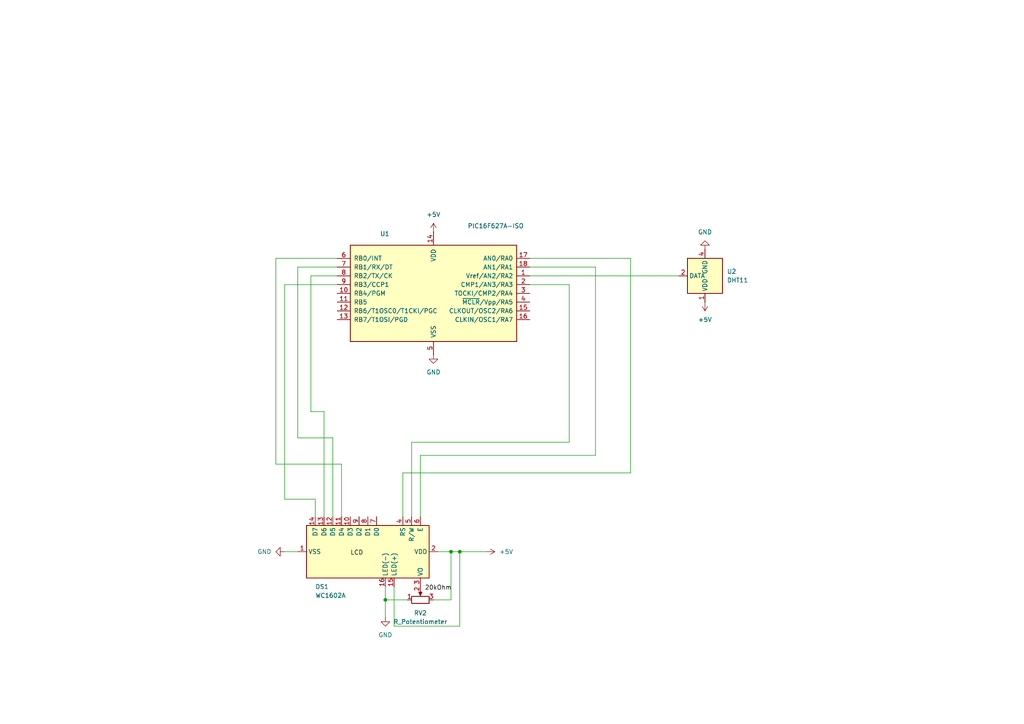
<source format=kicad_sch>
(kicad_sch
	(version 20231120)
	(generator "eeschema")
	(generator_version "8.0")
	(uuid "5d7de306-5311-495b-8409-06b040caa89c")
	(paper "A4")
	(lib_symbols
		(symbol "Device:R_Potentiometer"
			(pin_names
				(offset 1.016) hide)
			(exclude_from_sim no)
			(in_bom yes)
			(on_board yes)
			(property "Reference" "RV"
				(at -4.445 0 90)
				(effects
					(font
						(size 1.27 1.27)
					)
				)
			)
			(property "Value" "R_Potentiometer"
				(at -2.54 0 90)
				(effects
					(font
						(size 1.27 1.27)
					)
				)
			)
			(property "Footprint" ""
				(at 0 0 0)
				(effects
					(font
						(size 1.27 1.27)
					)
					(hide yes)
				)
			)
			(property "Datasheet" "~"
				(at 0 0 0)
				(effects
					(font
						(size 1.27 1.27)
					)
					(hide yes)
				)
			)
			(property "Description" "Potentiometer"
				(at 0 0 0)
				(effects
					(font
						(size 1.27 1.27)
					)
					(hide yes)
				)
			)
			(property "ki_keywords" "resistor variable"
				(at 0 0 0)
				(effects
					(font
						(size 1.27 1.27)
					)
					(hide yes)
				)
			)
			(property "ki_fp_filters" "Potentiometer*"
				(at 0 0 0)
				(effects
					(font
						(size 1.27 1.27)
					)
					(hide yes)
				)
			)
			(symbol "R_Potentiometer_0_1"
				(polyline
					(pts
						(xy 2.54 0) (xy 1.524 0)
					)
					(stroke
						(width 0)
						(type default)
					)
					(fill
						(type none)
					)
				)
				(polyline
					(pts
						(xy 1.143 0) (xy 2.286 0.508) (xy 2.286 -0.508) (xy 1.143 0)
					)
					(stroke
						(width 0)
						(type default)
					)
					(fill
						(type outline)
					)
				)
				(rectangle
					(start 1.016 2.54)
					(end -1.016 -2.54)
					(stroke
						(width 0.254)
						(type default)
					)
					(fill
						(type none)
					)
				)
			)
			(symbol "R_Potentiometer_1_1"
				(pin passive line
					(at 0 3.81 270)
					(length 1.27)
					(name "1"
						(effects
							(font
								(size 1.27 1.27)
							)
						)
					)
					(number "1"
						(effects
							(font
								(size 1.27 1.27)
							)
						)
					)
				)
				(pin passive line
					(at 3.81 0 180)
					(length 1.27)
					(name "2"
						(effects
							(font
								(size 1.27 1.27)
							)
						)
					)
					(number "2"
						(effects
							(font
								(size 1.27 1.27)
							)
						)
					)
				)
				(pin passive line
					(at 0 -3.81 90)
					(length 1.27)
					(name "3"
						(effects
							(font
								(size 1.27 1.27)
							)
						)
					)
					(number "3"
						(effects
							(font
								(size 1.27 1.27)
							)
						)
					)
				)
			)
		)
		(symbol "Display_Character:WC1602A"
			(exclude_from_sim no)
			(in_bom yes)
			(on_board yes)
			(property "Reference" "DS"
				(at -5.842 19.05 0)
				(effects
					(font
						(size 1.27 1.27)
					)
				)
			)
			(property "Value" "WC1602A"
				(at 5.334 19.05 0)
				(effects
					(font
						(size 1.27 1.27)
					)
				)
			)
			(property "Footprint" "Display:WC1602A"
				(at 0 -22.86 0)
				(effects
					(font
						(size 1.27 1.27)
						(italic yes)
					)
					(hide yes)
				)
			)
			(property "Datasheet" "http://www.wincomlcd.com/pdf/WC1602A-SFYLYHTC06.pdf"
				(at 17.78 0 0)
				(effects
					(font
						(size 1.27 1.27)
					)
					(hide yes)
				)
			)
			(property "Description" "LCD 16x2 Alphanumeric , 8 bit parallel bus, 5V VDD"
				(at 0 0 0)
				(effects
					(font
						(size 1.27 1.27)
					)
					(hide yes)
				)
			)
			(property "ki_keywords" "display LCD dot-matrix"
				(at 0 0 0)
				(effects
					(font
						(size 1.27 1.27)
					)
					(hide yes)
				)
			)
			(property "ki_fp_filters" "*WC*1602A*"
				(at 0 0 0)
				(effects
					(font
						(size 1.27 1.27)
					)
					(hide yes)
				)
			)
			(symbol "WC1602A_1_1"
				(rectangle
					(start -7.62 17.78)
					(end 7.62 -17.78)
					(stroke
						(width 0.254)
						(type default)
					)
					(fill
						(type background)
					)
				)
				(pin power_in line
					(at 0 -20.32 90)
					(length 2.54)
					(name "VSS"
						(effects
							(font
								(size 1.27 1.27)
							)
						)
					)
					(number "1"
						(effects
							(font
								(size 1.27 1.27)
							)
						)
					)
				)
				(pin input line
					(at -10.16 -5.08 0)
					(length 2.54)
					(name "D3"
						(effects
							(font
								(size 1.27 1.27)
							)
						)
					)
					(number "10"
						(effects
							(font
								(size 1.27 1.27)
							)
						)
					)
				)
				(pin input line
					(at -10.16 -7.62 0)
					(length 2.54)
					(name "D4"
						(effects
							(font
								(size 1.27 1.27)
							)
						)
					)
					(number "11"
						(effects
							(font
								(size 1.27 1.27)
							)
						)
					)
				)
				(pin input line
					(at -10.16 -10.16 0)
					(length 2.54)
					(name "D5"
						(effects
							(font
								(size 1.27 1.27)
							)
						)
					)
					(number "12"
						(effects
							(font
								(size 1.27 1.27)
							)
						)
					)
				)
				(pin input line
					(at -10.16 -12.7 0)
					(length 2.54)
					(name "D6"
						(effects
							(font
								(size 1.27 1.27)
							)
						)
					)
					(number "13"
						(effects
							(font
								(size 1.27 1.27)
							)
						)
					)
				)
				(pin input line
					(at -10.16 -15.24 0)
					(length 2.54)
					(name "D7"
						(effects
							(font
								(size 1.27 1.27)
							)
						)
					)
					(number "14"
						(effects
							(font
								(size 1.27 1.27)
							)
						)
					)
				)
				(pin power_in line
					(at 10.16 7.62 180)
					(length 2.54)
					(name "LED(+)"
						(effects
							(font
								(size 1.27 1.27)
							)
						)
					)
					(number "15"
						(effects
							(font
								(size 1.27 1.27)
							)
						)
					)
				)
				(pin power_in line
					(at 10.16 5.08 180)
					(length 2.54)
					(name "LED(-)"
						(effects
							(font
								(size 1.27 1.27)
							)
						)
					)
					(number "16"
						(effects
							(font
								(size 1.27 1.27)
							)
						)
					)
				)
				(pin power_in line
					(at 0 20.32 270)
					(length 2.54)
					(name "VDD"
						(effects
							(font
								(size 1.27 1.27)
							)
						)
					)
					(number "2"
						(effects
							(font
								(size 1.27 1.27)
							)
						)
					)
				)
				(pin input line
					(at 10.16 15.24 180)
					(length 2.54)
					(name "VO"
						(effects
							(font
								(size 1.27 1.27)
							)
						)
					)
					(number "3"
						(effects
							(font
								(size 1.27 1.27)
							)
						)
					)
				)
				(pin input line
					(at -10.16 10.16 0)
					(length 2.54)
					(name "RS"
						(effects
							(font
								(size 1.27 1.27)
							)
						)
					)
					(number "4"
						(effects
							(font
								(size 1.27 1.27)
							)
						)
					)
				)
				(pin input line
					(at -10.16 12.7 0)
					(length 2.54)
					(name "R/W"
						(effects
							(font
								(size 1.27 1.27)
							)
						)
					)
					(number "5"
						(effects
							(font
								(size 1.27 1.27)
							)
						)
					)
				)
				(pin input line
					(at -10.16 15.24 0)
					(length 2.54)
					(name "E"
						(effects
							(font
								(size 1.27 1.27)
							)
						)
					)
					(number "6"
						(effects
							(font
								(size 1.27 1.27)
							)
						)
					)
				)
				(pin input line
					(at -10.16 2.54 0)
					(length 2.54)
					(name "D0"
						(effects
							(font
								(size 1.27 1.27)
							)
						)
					)
					(number "7"
						(effects
							(font
								(size 1.27 1.27)
							)
						)
					)
				)
				(pin input line
					(at -10.16 0 0)
					(length 2.54)
					(name "D1"
						(effects
							(font
								(size 1.27 1.27)
							)
						)
					)
					(number "8"
						(effects
							(font
								(size 1.27 1.27)
							)
						)
					)
				)
				(pin input line
					(at -10.16 -2.54 0)
					(length 2.54)
					(name "D2"
						(effects
							(font
								(size 1.27 1.27)
							)
						)
					)
					(number "9"
						(effects
							(font
								(size 1.27 1.27)
							)
						)
					)
				)
			)
		)
		(symbol "MCU_Microchip_PIC16:PIC16F627A-ISO"
			(pin_names
				(offset 1.016)
			)
			(exclude_from_sim no)
			(in_bom yes)
			(on_board yes)
			(property "Reference" "U"
				(at -24.13 17.78 0)
				(effects
					(font
						(size 1.27 1.27)
					)
					(justify left)
				)
			)
			(property "Value" "PIC16F627A-ISO"
				(at -24.13 15.24 0)
				(effects
					(font
						(size 1.27 1.27)
					)
					(justify left)
				)
			)
			(property "Footprint" ""
				(at 0 0 0)
				(effects
					(font
						(size 1.27 1.27)
						(italic yes)
					)
					(hide yes)
				)
			)
			(property "Datasheet" "http://ww1.microchip.com/downloads/en/DeviceDoc/40300c.pdf"
				(at 0 0 0)
				(effects
					(font
						(size 1.27 1.27)
					)
					(hide yes)
				)
			)
			(property "Description" "PIC16F627A, 1024W Flash, 224B SRAM, 128B EEPROM, SO18"
				(at 0 0 0)
				(effects
					(font
						(size 1.27 1.27)
					)
					(hide yes)
				)
			)
			(property "ki_keywords" "FLASH-Based 8-Bit CMOS Microcontroller"
				(at 0 0 0)
				(effects
					(font
						(size 1.27 1.27)
					)
					(hide yes)
				)
			)
			(property "ki_fp_filters" "SO*"
				(at 0 0 0)
				(effects
					(font
						(size 1.27 1.27)
					)
					(hide yes)
				)
			)
			(symbol "PIC16F627A-ISO_0_1"
				(rectangle
					(start 24.13 13.97)
					(end -24.13 -13.97)
					(stroke
						(width 0.254)
						(type default)
					)
					(fill
						(type background)
					)
				)
			)
			(symbol "PIC16F627A-ISO_1_1"
				(pin bidirectional line
					(at 27.94 5.08 180)
					(length 3.81)
					(name "Vref/AN2/RA2"
						(effects
							(font
								(size 1.27 1.27)
							)
						)
					)
					(number "1"
						(effects
							(font
								(size 1.27 1.27)
							)
						)
					)
				)
				(pin bidirectional line
					(at -27.94 0 0)
					(length 3.81)
					(name "RB4/PGM"
						(effects
							(font
								(size 1.27 1.27)
							)
						)
					)
					(number "10"
						(effects
							(font
								(size 1.27 1.27)
							)
						)
					)
				)
				(pin bidirectional line
					(at -27.94 -2.54 0)
					(length 3.81)
					(name "RB5"
						(effects
							(font
								(size 1.27 1.27)
							)
						)
					)
					(number "11"
						(effects
							(font
								(size 1.27 1.27)
							)
						)
					)
				)
				(pin bidirectional line
					(at -27.94 -5.08 0)
					(length 3.81)
					(name "RB6/T1OSC0/T1CKI/PGC"
						(effects
							(font
								(size 1.27 1.27)
							)
						)
					)
					(number "12"
						(effects
							(font
								(size 1.27 1.27)
							)
						)
					)
				)
				(pin bidirectional line
					(at -27.94 -7.62 0)
					(length 3.81)
					(name "RB7/T1OSI/PGD"
						(effects
							(font
								(size 1.27 1.27)
							)
						)
					)
					(number "13"
						(effects
							(font
								(size 1.27 1.27)
							)
						)
					)
				)
				(pin power_in line
					(at 0 17.78 270)
					(length 3.81)
					(name "VDD"
						(effects
							(font
								(size 1.27 1.27)
							)
						)
					)
					(number "14"
						(effects
							(font
								(size 1.27 1.27)
							)
						)
					)
				)
				(pin bidirectional line
					(at 27.94 -5.08 180)
					(length 3.81)
					(name "CLKOUT/OSC2/RA6"
						(effects
							(font
								(size 1.27 1.27)
							)
						)
					)
					(number "15"
						(effects
							(font
								(size 1.27 1.27)
							)
						)
					)
				)
				(pin bidirectional line
					(at 27.94 -7.62 180)
					(length 3.81)
					(name "CLKIN/OSC1/RA7"
						(effects
							(font
								(size 1.27 1.27)
							)
						)
					)
					(number "16"
						(effects
							(font
								(size 1.27 1.27)
							)
						)
					)
				)
				(pin bidirectional line
					(at 27.94 10.16 180)
					(length 3.81)
					(name "AN0/RA0"
						(effects
							(font
								(size 1.27 1.27)
							)
						)
					)
					(number "17"
						(effects
							(font
								(size 1.27 1.27)
							)
						)
					)
				)
				(pin bidirectional line
					(at 27.94 7.62 180)
					(length 3.81)
					(name "AN1/RA1"
						(effects
							(font
								(size 1.27 1.27)
							)
						)
					)
					(number "18"
						(effects
							(font
								(size 1.27 1.27)
							)
						)
					)
				)
				(pin bidirectional line
					(at 27.94 2.54 180)
					(length 3.81)
					(name "CMP1/AN3/RA3"
						(effects
							(font
								(size 1.27 1.27)
							)
						)
					)
					(number "2"
						(effects
							(font
								(size 1.27 1.27)
							)
						)
					)
				)
				(pin bidirectional line
					(at 27.94 0 180)
					(length 3.81)
					(name "TOCKI/CMP2/RA4"
						(effects
							(font
								(size 1.27 1.27)
							)
						)
					)
					(number "3"
						(effects
							(font
								(size 1.27 1.27)
							)
						)
					)
				)
				(pin input line
					(at 27.94 -2.54 180)
					(length 3.81)
					(name "~{MCLR}/Vpp/RA5"
						(effects
							(font
								(size 1.27 1.27)
							)
						)
					)
					(number "4"
						(effects
							(font
								(size 1.27 1.27)
							)
						)
					)
				)
				(pin power_in line
					(at 0 -17.78 90)
					(length 3.81)
					(name "VSS"
						(effects
							(font
								(size 1.27 1.27)
							)
						)
					)
					(number "5"
						(effects
							(font
								(size 1.27 1.27)
							)
						)
					)
				)
				(pin bidirectional line
					(at -27.94 10.16 0)
					(length 3.81)
					(name "RB0/INT"
						(effects
							(font
								(size 1.27 1.27)
							)
						)
					)
					(number "6"
						(effects
							(font
								(size 1.27 1.27)
							)
						)
					)
				)
				(pin bidirectional line
					(at -27.94 7.62 0)
					(length 3.81)
					(name "RB1/RX/DT"
						(effects
							(font
								(size 1.27 1.27)
							)
						)
					)
					(number "7"
						(effects
							(font
								(size 1.27 1.27)
							)
						)
					)
				)
				(pin bidirectional line
					(at -27.94 5.08 0)
					(length 3.81)
					(name "RB2/TX/CK"
						(effects
							(font
								(size 1.27 1.27)
							)
						)
					)
					(number "8"
						(effects
							(font
								(size 1.27 1.27)
							)
						)
					)
				)
				(pin bidirectional line
					(at -27.94 2.54 0)
					(length 3.81)
					(name "RB3/CCP1"
						(effects
							(font
								(size 1.27 1.27)
							)
						)
					)
					(number "9"
						(effects
							(font
								(size 1.27 1.27)
							)
						)
					)
				)
			)
		)
		(symbol "Sensor:DHT11"
			(exclude_from_sim no)
			(in_bom yes)
			(on_board yes)
			(property "Reference" "U"
				(at -3.81 6.35 0)
				(effects
					(font
						(size 1.27 1.27)
					)
				)
			)
			(property "Value" "DHT11"
				(at 3.81 6.35 0)
				(effects
					(font
						(size 1.27 1.27)
					)
				)
			)
			(property "Footprint" "Sensor:Aosong_DHT11_5.5x12.0_P2.54mm"
				(at 0 -10.16 0)
				(effects
					(font
						(size 1.27 1.27)
					)
					(hide yes)
				)
			)
			(property "Datasheet" "http://akizukidenshi.com/download/ds/aosong/DHT11.pdf"
				(at 3.81 6.35 0)
				(effects
					(font
						(size 1.27 1.27)
					)
					(hide yes)
				)
			)
			(property "Description" "3.3V to 5.5V, temperature and humidity module, DHT11"
				(at 0 0 0)
				(effects
					(font
						(size 1.27 1.27)
					)
					(hide yes)
				)
			)
			(property "ki_keywords" "digital sensor"
				(at 0 0 0)
				(effects
					(font
						(size 1.27 1.27)
					)
					(hide yes)
				)
			)
			(property "ki_fp_filters" "Aosong*DHT11*5.5x12.0*P2.54mm*"
				(at 0 0 0)
				(effects
					(font
						(size 1.27 1.27)
					)
					(hide yes)
				)
			)
			(symbol "DHT11_0_1"
				(rectangle
					(start -5.08 5.08)
					(end 5.08 -5.08)
					(stroke
						(width 0.254)
						(type default)
					)
					(fill
						(type background)
					)
				)
			)
			(symbol "DHT11_1_1"
				(pin power_in line
					(at 0 7.62 270)
					(length 2.54)
					(name "VDD"
						(effects
							(font
								(size 1.27 1.27)
							)
						)
					)
					(number "1"
						(effects
							(font
								(size 1.27 1.27)
							)
						)
					)
				)
				(pin bidirectional line
					(at 7.62 0 180)
					(length 2.54)
					(name "DATA"
						(effects
							(font
								(size 1.27 1.27)
							)
						)
					)
					(number "2"
						(effects
							(font
								(size 1.27 1.27)
							)
						)
					)
				)
				(pin no_connect line
					(at -5.08 0 0)
					(length 2.54) hide
					(name "NC"
						(effects
							(font
								(size 1.27 1.27)
							)
						)
					)
					(number "3"
						(effects
							(font
								(size 1.27 1.27)
							)
						)
					)
				)
				(pin power_in line
					(at 0 -7.62 90)
					(length 2.54)
					(name "GND"
						(effects
							(font
								(size 1.27 1.27)
							)
						)
					)
					(number "4"
						(effects
							(font
								(size 1.27 1.27)
							)
						)
					)
				)
			)
		)
		(symbol "power:+5V"
			(power)
			(pin_numbers hide)
			(pin_names
				(offset 0) hide)
			(exclude_from_sim no)
			(in_bom yes)
			(on_board yes)
			(property "Reference" "#PWR"
				(at 0 -3.81 0)
				(effects
					(font
						(size 1.27 1.27)
					)
					(hide yes)
				)
			)
			(property "Value" "+5V"
				(at 0 3.556 0)
				(effects
					(font
						(size 1.27 1.27)
					)
				)
			)
			(property "Footprint" ""
				(at 0 0 0)
				(effects
					(font
						(size 1.27 1.27)
					)
					(hide yes)
				)
			)
			(property "Datasheet" ""
				(at 0 0 0)
				(effects
					(font
						(size 1.27 1.27)
					)
					(hide yes)
				)
			)
			(property "Description" "Power symbol creates a global label with name \"+5V\""
				(at 0 0 0)
				(effects
					(font
						(size 1.27 1.27)
					)
					(hide yes)
				)
			)
			(property "ki_keywords" "global power"
				(at 0 0 0)
				(effects
					(font
						(size 1.27 1.27)
					)
					(hide yes)
				)
			)
			(symbol "+5V_0_1"
				(polyline
					(pts
						(xy -0.762 1.27) (xy 0 2.54)
					)
					(stroke
						(width 0)
						(type default)
					)
					(fill
						(type none)
					)
				)
				(polyline
					(pts
						(xy 0 0) (xy 0 2.54)
					)
					(stroke
						(width 0)
						(type default)
					)
					(fill
						(type none)
					)
				)
				(polyline
					(pts
						(xy 0 2.54) (xy 0.762 1.27)
					)
					(stroke
						(width 0)
						(type default)
					)
					(fill
						(type none)
					)
				)
			)
			(symbol "+5V_1_1"
				(pin power_in line
					(at 0 0 90)
					(length 0)
					(name "~"
						(effects
							(font
								(size 1.27 1.27)
							)
						)
					)
					(number "1"
						(effects
							(font
								(size 1.27 1.27)
							)
						)
					)
				)
			)
		)
		(symbol "power:GND"
			(power)
			(pin_numbers hide)
			(pin_names
				(offset 0) hide)
			(exclude_from_sim no)
			(in_bom yes)
			(on_board yes)
			(property "Reference" "#PWR"
				(at 0 -6.35 0)
				(effects
					(font
						(size 1.27 1.27)
					)
					(hide yes)
				)
			)
			(property "Value" "GND"
				(at 0 -3.81 0)
				(effects
					(font
						(size 1.27 1.27)
					)
				)
			)
			(property "Footprint" ""
				(at 0 0 0)
				(effects
					(font
						(size 1.27 1.27)
					)
					(hide yes)
				)
			)
			(property "Datasheet" ""
				(at 0 0 0)
				(effects
					(font
						(size 1.27 1.27)
					)
					(hide yes)
				)
			)
			(property "Description" "Power symbol creates a global label with name \"GND\" , ground"
				(at 0 0 0)
				(effects
					(font
						(size 1.27 1.27)
					)
					(hide yes)
				)
			)
			(property "ki_keywords" "global power"
				(at 0 0 0)
				(effects
					(font
						(size 1.27 1.27)
					)
					(hide yes)
				)
			)
			(symbol "GND_0_1"
				(polyline
					(pts
						(xy 0 0) (xy 0 -1.27) (xy 1.27 -1.27) (xy 0 -2.54) (xy -1.27 -1.27) (xy 0 -1.27)
					)
					(stroke
						(width 0)
						(type default)
					)
					(fill
						(type none)
					)
				)
			)
			(symbol "GND_1_1"
				(pin power_in line
					(at 0 0 270)
					(length 0)
					(name "~"
						(effects
							(font
								(size 1.27 1.27)
							)
						)
					)
					(number "1"
						(effects
							(font
								(size 1.27 1.27)
							)
						)
					)
				)
			)
		)
	)
	(junction
		(at 133.35 160.02)
		(diameter 0)
		(color 0 0 0 0)
		(uuid "1ebdc321-513d-4cea-b630-0826ae5326d7")
	)
	(junction
		(at 111.76 173.99)
		(diameter 0)
		(color 0 0 0 0)
		(uuid "2f3df847-6a62-4b43-a463-9f8349db23df")
	)
	(junction
		(at 130.81 160.02)
		(diameter 0)
		(color 0 0 0 0)
		(uuid "a38242e7-51f0-405a-93b4-72eb2e3352a2")
	)
	(wire
		(pts
			(xy 153.67 77.47) (xy 172.72 77.47)
		)
		(stroke
			(width 0)
			(type default)
		)
		(uuid "04b0073b-0a2c-4876-837e-1186c3fa6c1f")
	)
	(wire
		(pts
			(xy 182.88 137.16) (xy 116.84 137.16)
		)
		(stroke
			(width 0)
			(type default)
		)
		(uuid "17eeb1a4-a838-4fb8-abeb-afcd74592a1c")
	)
	(wire
		(pts
			(xy 111.76 170.18) (xy 111.76 173.99)
		)
		(stroke
			(width 0)
			(type default)
		)
		(uuid "20bd4793-c1aa-4871-a863-bdea90ae32b4")
	)
	(wire
		(pts
			(xy 86.36 77.47) (xy 97.79 77.47)
		)
		(stroke
			(width 0)
			(type default)
		)
		(uuid "24427c74-e4ea-49ef-8eb2-2555267a07c7")
	)
	(wire
		(pts
			(xy 80.01 74.93) (xy 97.79 74.93)
		)
		(stroke
			(width 0)
			(type default)
		)
		(uuid "26b757e8-f32e-434e-91ed-4a0aadacbc39")
	)
	(wire
		(pts
			(xy 121.92 132.08) (xy 121.92 149.86)
		)
		(stroke
			(width 0)
			(type default)
		)
		(uuid "39aab1a9-9702-4db8-bbba-f93610651a44")
	)
	(wire
		(pts
			(xy 125.73 173.99) (xy 130.81 173.99)
		)
		(stroke
			(width 0)
			(type default)
		)
		(uuid "3acf509b-f9cf-4cb6-ba2e-465f07f6a627")
	)
	(wire
		(pts
			(xy 99.06 134.62) (xy 99.06 149.86)
		)
		(stroke
			(width 0)
			(type default)
		)
		(uuid "40b029e1-81e1-48e2-b599-7ec5db01663c")
	)
	(wire
		(pts
			(xy 82.55 144.78) (xy 91.44 144.78)
		)
		(stroke
			(width 0)
			(type default)
		)
		(uuid "417147b7-1438-4649-9f2f-395985cf2af7")
	)
	(wire
		(pts
			(xy 93.98 119.38) (xy 93.98 149.86)
		)
		(stroke
			(width 0)
			(type default)
		)
		(uuid "4d46d0b8-1acd-436c-be4c-408d6846c5cf")
	)
	(wire
		(pts
			(xy 80.01 74.93) (xy 80.01 134.62)
		)
		(stroke
			(width 0)
			(type default)
		)
		(uuid "53c90b2b-da02-4294-b6f8-0f819b6328ee")
	)
	(wire
		(pts
			(xy 111.76 173.99) (xy 111.76 179.07)
		)
		(stroke
			(width 0)
			(type default)
		)
		(uuid "5536307a-5580-4f5b-8d8b-ac1f20e2fcea")
	)
	(wire
		(pts
			(xy 119.38 128.27) (xy 119.38 149.86)
		)
		(stroke
			(width 0)
			(type default)
		)
		(uuid "56cc7ceb-74c7-45fe-b3c1-c559c646d369")
	)
	(wire
		(pts
			(xy 130.81 160.02) (xy 133.35 160.02)
		)
		(stroke
			(width 0)
			(type default)
		)
		(uuid "5f87db75-13fc-4694-90e7-650f48a9e949")
	)
	(wire
		(pts
			(xy 82.55 82.55) (xy 82.55 144.78)
		)
		(stroke
			(width 0)
			(type default)
		)
		(uuid "696f177a-d2b1-40f8-8bfc-2f11939c6804")
	)
	(wire
		(pts
			(xy 90.17 80.01) (xy 90.17 119.38)
		)
		(stroke
			(width 0)
			(type default)
		)
		(uuid "744dba73-285b-4f9e-b259-4966b204db73")
	)
	(wire
		(pts
			(xy 172.72 132.08) (xy 121.92 132.08)
		)
		(stroke
			(width 0)
			(type default)
		)
		(uuid "a1401d96-eb52-42e1-a0ae-e578b36be585")
	)
	(wire
		(pts
			(xy 97.79 80.01) (xy 90.17 80.01)
		)
		(stroke
			(width 0)
			(type default)
		)
		(uuid "a29e2068-5573-4d8d-bfdf-5eed0f4461db")
	)
	(wire
		(pts
			(xy 96.52 127) (xy 96.52 149.86)
		)
		(stroke
			(width 0)
			(type default)
		)
		(uuid "a3657bea-e8ff-41ba-867e-b7e5a8e5786f")
	)
	(wire
		(pts
			(xy 90.17 119.38) (xy 93.98 119.38)
		)
		(stroke
			(width 0)
			(type default)
		)
		(uuid "aa249143-df9e-4287-9180-1fd526016dc6")
	)
	(wire
		(pts
			(xy 165.1 82.55) (xy 153.67 82.55)
		)
		(stroke
			(width 0)
			(type default)
		)
		(uuid "ad9d6911-b244-4c9a-b81b-3832945d7d88")
	)
	(wire
		(pts
			(xy 91.44 144.78) (xy 91.44 149.86)
		)
		(stroke
			(width 0)
			(type default)
		)
		(uuid "aed3e46b-1d00-49a6-8cec-36b699ee0bd2")
	)
	(wire
		(pts
			(xy 114.3 181.61) (xy 133.35 181.61)
		)
		(stroke
			(width 0)
			(type default)
		)
		(uuid "af22d909-964f-42ac-bd10-bd05e6f77c3f")
	)
	(wire
		(pts
			(xy 116.84 137.16) (xy 116.84 149.86)
		)
		(stroke
			(width 0)
			(type default)
		)
		(uuid "b17c0f5f-e985-44c7-8243-e9aa8e5bf6c9")
	)
	(wire
		(pts
			(xy 153.67 80.01) (xy 196.85 80.01)
		)
		(stroke
			(width 0)
			(type default)
		)
		(uuid "b6128386-6dee-4263-9b1c-78ad6ddb371b")
	)
	(wire
		(pts
			(xy 80.01 134.62) (xy 99.06 134.62)
		)
		(stroke
			(width 0)
			(type default)
		)
		(uuid "b9ac8d47-7f37-4860-94fb-1a611eb69fc5")
	)
	(wire
		(pts
			(xy 82.55 82.55) (xy 97.79 82.55)
		)
		(stroke
			(width 0)
			(type default)
		)
		(uuid "bc71b894-1edb-49ea-8183-7a89d1d40271")
	)
	(wire
		(pts
			(xy 182.88 74.93) (xy 182.88 137.16)
		)
		(stroke
			(width 0)
			(type default)
		)
		(uuid "c2e60a76-6f57-4ee7-a88d-2f9e48ce2541")
	)
	(wire
		(pts
			(xy 127 160.02) (xy 130.81 160.02)
		)
		(stroke
			(width 0)
			(type default)
		)
		(uuid "c67caae8-e6ff-4975-a530-63db37b65583")
	)
	(wire
		(pts
			(xy 114.3 170.18) (xy 114.3 181.61)
		)
		(stroke
			(width 0)
			(type default)
		)
		(uuid "c7ed48d1-27f8-488d-b9a2-e3f1268af0a9")
	)
	(wire
		(pts
			(xy 86.36 160.02) (xy 82.55 160.02)
		)
		(stroke
			(width 0)
			(type default)
		)
		(uuid "ca517215-146d-4066-b4ee-f3fc71143e6f")
	)
	(wire
		(pts
			(xy 111.76 173.99) (xy 118.11 173.99)
		)
		(stroke
			(width 0)
			(type default)
		)
		(uuid "cb47a40b-3dc2-4951-ac54-f21dc3414a59")
	)
	(wire
		(pts
			(xy 165.1 128.27) (xy 119.38 128.27)
		)
		(stroke
			(width 0)
			(type default)
		)
		(uuid "cb82efb0-2964-443f-8d69-825495d22d26")
	)
	(wire
		(pts
			(xy 86.36 77.47) (xy 86.36 127)
		)
		(stroke
			(width 0)
			(type default)
		)
		(uuid "d93d0bfc-98af-447e-91cd-06f525456023")
	)
	(wire
		(pts
			(xy 153.67 74.93) (xy 182.88 74.93)
		)
		(stroke
			(width 0)
			(type default)
		)
		(uuid "e13f06b3-adba-4235-95a8-4876aa9015b3")
	)
	(wire
		(pts
			(xy 133.35 181.61) (xy 133.35 160.02)
		)
		(stroke
			(width 0)
			(type default)
		)
		(uuid "e1d9f3a4-92d3-4023-94b4-7ea8df7fbc93")
	)
	(wire
		(pts
			(xy 165.1 128.27) (xy 165.1 82.55)
		)
		(stroke
			(width 0)
			(type default)
		)
		(uuid "e711049b-f532-4f3a-a36c-cf0006c8d648")
	)
	(wire
		(pts
			(xy 130.81 173.99) (xy 130.81 160.02)
		)
		(stroke
			(width 0)
			(type default)
		)
		(uuid "ea455784-4d36-4344-b775-2e8247e8b4ce")
	)
	(wire
		(pts
			(xy 86.36 127) (xy 96.52 127)
		)
		(stroke
			(width 0)
			(type default)
		)
		(uuid "eb73f898-2fcd-4f47-a0fd-e0bf99edaa55")
	)
	(wire
		(pts
			(xy 172.72 77.47) (xy 172.72 132.08)
		)
		(stroke
			(width 0)
			(type default)
		)
		(uuid "ee82786d-ac63-4e96-a836-f7fb7fc91dc3")
	)
	(wire
		(pts
			(xy 133.35 160.02) (xy 140.97 160.02)
		)
		(stroke
			(width 0)
			(type default)
		)
		(uuid "f8122c49-82cb-475c-b736-2005ea0bf98e")
	)
	(label "LCD"
		(at 101.6 161.29 0)
		(fields_autoplaced yes)
		(effects
			(font
				(size 1.27 1.27)
			)
			(justify left bottom)
		)
		(uuid "254a7841-17ba-4056-888c-670541f851fa")
	)
	(label "20kOhm"
		(at 123.19 171.45 0)
		(fields_autoplaced yes)
		(effects
			(font
				(size 1.27 1.27)
			)
			(justify left bottom)
		)
		(uuid "4513aefa-2cfc-470e-b743-2766d2ee31ff")
	)
	(symbol
		(lib_id "power:+5V")
		(at 140.97 160.02 270)
		(unit 1)
		(exclude_from_sim no)
		(in_bom yes)
		(on_board yes)
		(dnp no)
		(fields_autoplaced yes)
		(uuid "23484770-f228-4aad-822b-0f110a6234d1")
		(property "Reference" "#PWR06"
			(at 137.16 160.02 0)
			(effects
				(font
					(size 1.27 1.27)
				)
				(hide yes)
			)
		)
		(property "Value" "+5V"
			(at 144.78 160.0199 90)
			(effects
				(font
					(size 1.27 1.27)
				)
				(justify left)
			)
		)
		(property "Footprint" ""
			(at 140.97 160.02 0)
			(effects
				(font
					(size 1.27 1.27)
				)
				(hide yes)
			)
		)
		(property "Datasheet" ""
			(at 140.97 160.02 0)
			(effects
				(font
					(size 1.27 1.27)
				)
				(hide yes)
			)
		)
		(property "Description" "Power symbol creates a global label with name \"+5V\""
			(at 140.97 160.02 0)
			(effects
				(font
					(size 1.27 1.27)
				)
				(hide yes)
			)
		)
		(pin "1"
			(uuid "991a767f-8e65-47e5-a4c4-635103bec457")
		)
		(instances
			(project "PIC16F627_LCD_DHT11"
				(path "/5d7de306-5311-495b-8409-06b040caa89c"
					(reference "#PWR06")
					(unit 1)
				)
			)
		)
	)
	(symbol
		(lib_id "power:GND")
		(at 111.76 179.07 0)
		(unit 1)
		(exclude_from_sim no)
		(in_bom yes)
		(on_board yes)
		(dnp no)
		(fields_autoplaced yes)
		(uuid "25d4759a-213e-412e-96bd-d37776531633")
		(property "Reference" "#PWR07"
			(at 111.76 185.42 0)
			(effects
				(font
					(size 1.27 1.27)
				)
				(hide yes)
			)
		)
		(property "Value" "GND"
			(at 111.76 184.15 0)
			(effects
				(font
					(size 1.27 1.27)
				)
			)
		)
		(property "Footprint" ""
			(at 111.76 179.07 0)
			(effects
				(font
					(size 1.27 1.27)
				)
				(hide yes)
			)
		)
		(property "Datasheet" ""
			(at 111.76 179.07 0)
			(effects
				(font
					(size 1.27 1.27)
				)
				(hide yes)
			)
		)
		(property "Description" "Power symbol creates a global label with name \"GND\" , ground"
			(at 111.76 179.07 0)
			(effects
				(font
					(size 1.27 1.27)
				)
				(hide yes)
			)
		)
		(pin "1"
			(uuid "7ef1e787-eb13-4f80-9974-05619b5fd684")
		)
		(instances
			(project "PIC16F627_LCD_DHT11"
				(path "/5d7de306-5311-495b-8409-06b040caa89c"
					(reference "#PWR07")
					(unit 1)
				)
			)
		)
	)
	(symbol
		(lib_id "power:+5V")
		(at 204.47 87.63 180)
		(unit 1)
		(exclude_from_sim no)
		(in_bom yes)
		(on_board yes)
		(dnp no)
		(fields_autoplaced yes)
		(uuid "342b9f81-57dd-42d3-8b50-107f179efaea")
		(property "Reference" "#PWR04"
			(at 204.47 83.82 0)
			(effects
				(font
					(size 1.27 1.27)
				)
				(hide yes)
			)
		)
		(property "Value" "+5V"
			(at 204.47 92.71 0)
			(effects
				(font
					(size 1.27 1.27)
				)
			)
		)
		(property "Footprint" ""
			(at 204.47 87.63 0)
			(effects
				(font
					(size 1.27 1.27)
				)
				(hide yes)
			)
		)
		(property "Datasheet" ""
			(at 204.47 87.63 0)
			(effects
				(font
					(size 1.27 1.27)
				)
				(hide yes)
			)
		)
		(property "Description" "Power symbol creates a global label with name \"+5V\""
			(at 204.47 87.63 0)
			(effects
				(font
					(size 1.27 1.27)
				)
				(hide yes)
			)
		)
		(pin "1"
			(uuid "a39149b7-ea03-41e4-9ebb-a213a5e9b5d4")
		)
		(instances
			(project "PIC16F627_LCD_DHT11"
				(path "/5d7de306-5311-495b-8409-06b040caa89c"
					(reference "#PWR04")
					(unit 1)
				)
			)
		)
	)
	(symbol
		(lib_id "power:GND")
		(at 82.55 160.02 270)
		(unit 1)
		(exclude_from_sim no)
		(in_bom yes)
		(on_board yes)
		(dnp no)
		(fields_autoplaced yes)
		(uuid "38155bba-5a8a-414b-bbd0-da8b8547935f")
		(property "Reference" "#PWR02"
			(at 76.2 160.02 0)
			(effects
				(font
					(size 1.27 1.27)
				)
				(hide yes)
			)
		)
		(property "Value" "GND"
			(at 78.74 160.0199 90)
			(effects
				(font
					(size 1.27 1.27)
				)
				(justify right)
			)
		)
		(property "Footprint" ""
			(at 82.55 160.02 0)
			(effects
				(font
					(size 1.27 1.27)
				)
				(hide yes)
			)
		)
		(property "Datasheet" ""
			(at 82.55 160.02 0)
			(effects
				(font
					(size 1.27 1.27)
				)
				(hide yes)
			)
		)
		(property "Description" "Power symbol creates a global label with name \"GND\" , ground"
			(at 82.55 160.02 0)
			(effects
				(font
					(size 1.27 1.27)
				)
				(hide yes)
			)
		)
		(pin "1"
			(uuid "419924b7-99fe-4bce-9044-e3505fc41a11")
		)
		(instances
			(project "PIC16F627_LCD_DHT11"
				(path "/5d7de306-5311-495b-8409-06b040caa89c"
					(reference "#PWR02")
					(unit 1)
				)
			)
		)
	)
	(symbol
		(lib_id "power:GND")
		(at 204.47 72.39 180)
		(unit 1)
		(exclude_from_sim no)
		(in_bom yes)
		(on_board yes)
		(dnp no)
		(fields_autoplaced yes)
		(uuid "4638c7cd-2bca-4b0b-9aaf-135c35a656d7")
		(property "Reference" "#PWR01"
			(at 204.47 66.04 0)
			(effects
				(font
					(size 1.27 1.27)
				)
				(hide yes)
			)
		)
		(property "Value" "GND"
			(at 204.47 67.31 0)
			(effects
				(font
					(size 1.27 1.27)
				)
			)
		)
		(property "Footprint" ""
			(at 204.47 72.39 0)
			(effects
				(font
					(size 1.27 1.27)
				)
				(hide yes)
			)
		)
		(property "Datasheet" ""
			(at 204.47 72.39 0)
			(effects
				(font
					(size 1.27 1.27)
				)
				(hide yes)
			)
		)
		(property "Description" "Power symbol creates a global label with name \"GND\" , ground"
			(at 204.47 72.39 0)
			(effects
				(font
					(size 1.27 1.27)
				)
				(hide yes)
			)
		)
		(pin "1"
			(uuid "157b1a82-58e7-4cd8-9c4e-c9336c1104ab")
		)
		(instances
			(project "PIC16F627_LCD_DHT11"
				(path "/5d7de306-5311-495b-8409-06b040caa89c"
					(reference "#PWR01")
					(unit 1)
				)
			)
		)
	)
	(symbol
		(lib_id "power:+5V")
		(at 125.73 67.31 0)
		(unit 1)
		(exclude_from_sim no)
		(in_bom yes)
		(on_board yes)
		(dnp no)
		(fields_autoplaced yes)
		(uuid "563ef4a1-ed16-4361-a028-f250ef7ab08d")
		(property "Reference" "#PWR03"
			(at 125.73 71.12 0)
			(effects
				(font
					(size 1.27 1.27)
				)
				(hide yes)
			)
		)
		(property "Value" "+5V"
			(at 125.73 62.23 0)
			(effects
				(font
					(size 1.27 1.27)
				)
			)
		)
		(property "Footprint" ""
			(at 125.73 67.31 0)
			(effects
				(font
					(size 1.27 1.27)
				)
				(hide yes)
			)
		)
		(property "Datasheet" ""
			(at 125.73 67.31 0)
			(effects
				(font
					(size 1.27 1.27)
				)
				(hide yes)
			)
		)
		(property "Description" "Power symbol creates a global label with name \"+5V\""
			(at 125.73 67.31 0)
			(effects
				(font
					(size 1.27 1.27)
				)
				(hide yes)
			)
		)
		(pin "1"
			(uuid "f7f82f6d-d309-42c1-b3a9-3121eb84c2dc")
		)
		(instances
			(project "PIC16F627_LCD_DHT11"
				(path "/5d7de306-5311-495b-8409-06b040caa89c"
					(reference "#PWR03")
					(unit 1)
				)
			)
		)
	)
	(symbol
		(lib_id "Display_Character:WC1602A")
		(at 106.68 160.02 270)
		(unit 1)
		(exclude_from_sim no)
		(in_bom yes)
		(on_board yes)
		(dnp no)
		(uuid "77fa3e00-d4ff-4c40-aeae-81522f3b38c7")
		(property "Reference" "DS1"
			(at 91.44 170.18 90)
			(effects
				(font
					(size 1.27 1.27)
				)
				(justify left)
			)
		)
		(property "Value" "WC1602A"
			(at 91.44 172.72 90)
			(effects
				(font
					(size 1.27 1.27)
				)
				(justify left)
			)
		)
		(property "Footprint" "Display:WC1602A"
			(at 83.82 160.02 0)
			(effects
				(font
					(size 1.27 1.27)
					(italic yes)
				)
				(hide yes)
			)
		)
		(property "Datasheet" "http://www.wincomlcd.com/pdf/WC1602A-SFYLYHTC06.pdf"
			(at 106.68 177.8 0)
			(effects
				(font
					(size 1.27 1.27)
				)
				(hide yes)
			)
		)
		(property "Description" "LCD 16x2 Alphanumeric , 8 bit parallel bus, 5V VDD"
			(at 106.68 160.02 0)
			(effects
				(font
					(size 1.27 1.27)
				)
				(hide yes)
			)
		)
		(pin "2"
			(uuid "0d206a91-bbfd-42d4-a2b6-10ee75109ad8")
		)
		(pin "9"
			(uuid "ce1d0a08-984e-419e-819b-d81529dc63a7")
		)
		(pin "10"
			(uuid "0fc0d40d-d6ca-45b6-b246-196f89aa3663")
		)
		(pin "12"
			(uuid "9766d65f-4095-4ca4-a7b9-980cae9ff145")
		)
		(pin "15"
			(uuid "3bee21c6-74d1-4be1-a009-9fe3421adf71")
		)
		(pin "6"
			(uuid "7b717141-c4b3-4a21-981c-a0aac0271c24")
		)
		(pin "8"
			(uuid "f1641b43-2c7d-4ac6-aa8a-21b3d48b6e17")
		)
		(pin "13"
			(uuid "bf859ca6-b6a4-4996-b1b9-a91dd17e7793")
		)
		(pin "16"
			(uuid "e5461c7d-624b-4a87-9f3c-7d245e15fd82")
		)
		(pin "5"
			(uuid "59aac0e3-cc5c-4904-b955-68f10630fa5e")
		)
		(pin "7"
			(uuid "961b3e1f-ebd0-422f-b6d1-23fe82e66680")
		)
		(pin "14"
			(uuid "1dc432ad-8595-4ee3-8f9e-c5756fb7a4d1")
		)
		(pin "1"
			(uuid "a2226c14-ba87-4619-a250-dd213e36a42a")
		)
		(pin "11"
			(uuid "6a57417e-8d3b-416b-8b5a-8b7ed26afaa7")
		)
		(pin "3"
			(uuid "e6f1655c-b7ed-4ff5-949d-dfefc4ef89ba")
		)
		(pin "4"
			(uuid "57d5f9b9-c2a3-4c55-9e2d-cca3c1c0fbad")
		)
		(instances
			(project "PIC16F627_LCD_DHT11"
				(path "/5d7de306-5311-495b-8409-06b040caa89c"
					(reference "DS1")
					(unit 1)
				)
			)
		)
	)
	(symbol
		(lib_id "MCU_Microchip_PIC16:PIC16F627A-ISO")
		(at 125.73 85.09 0)
		(unit 1)
		(exclude_from_sim no)
		(in_bom yes)
		(on_board yes)
		(dnp no)
		(uuid "78c255fd-571e-4a3f-8999-4230edfa3060")
		(property "Reference" "U1"
			(at 110.236 67.818 0)
			(effects
				(font
					(size 1.27 1.27)
				)
				(justify left)
			)
		)
		(property "Value" "PIC16F627A-ISO"
			(at 135.636 65.532 0)
			(effects
				(font
					(size 1.27 1.27)
				)
				(justify left)
			)
		)
		(property "Footprint" ""
			(at 125.73 85.09 0)
			(effects
				(font
					(size 1.27 1.27)
					(italic yes)
				)
				(hide yes)
			)
		)
		(property "Datasheet" "http://ww1.microchip.com/downloads/en/DeviceDoc/40300c.pdf"
			(at 125.73 85.09 0)
			(effects
				(font
					(size 1.27 1.27)
				)
				(hide yes)
			)
		)
		(property "Description" "PIC16F627A, 1024W Flash, 224B SRAM, 128B EEPROM, SO18"
			(at 125.73 85.09 0)
			(effects
				(font
					(size 1.27 1.27)
				)
				(hide yes)
			)
		)
		(pin "9"
			(uuid "a5eb78b9-391a-4b14-a9e5-a2ba5eac20b5")
		)
		(pin "11"
			(uuid "2f2cf2ea-7cbd-4be0-aa4e-521fecb8783f")
		)
		(pin "10"
			(uuid "8e19ad4b-937f-4717-938a-469daa8d5bbc")
		)
		(pin "13"
			(uuid "df9c121d-6428-41cd-9a10-9c1d81cf54c6")
		)
		(pin "16"
			(uuid "15baf316-df1d-4e80-8216-709521a669a9")
		)
		(pin "17"
			(uuid "d2e4eed3-ae00-4b09-a9f6-05cc52f39f82")
		)
		(pin "1"
			(uuid "b63a3000-7379-4c1a-a416-1f199a77cc75")
		)
		(pin "12"
			(uuid "44da07f4-aa32-42fe-a62e-30e19df6144c")
		)
		(pin "18"
			(uuid "db5e3be9-6574-4878-b930-a1625c009362")
		)
		(pin "14"
			(uuid "275cf142-cea5-4a6a-a7a0-30f118ff6b55")
		)
		(pin "2"
			(uuid "9c19ce94-fe50-4da9-bc1d-1c21e7d0e7d2")
		)
		(pin "3"
			(uuid "508f86b8-abe4-4737-8c9d-4763ece99039")
		)
		(pin "4"
			(uuid "012db5e7-3b50-4b7d-9a63-199d2fb7fcdf")
		)
		(pin "5"
			(uuid "466e1919-8521-4890-8877-ac68ce21c37d")
		)
		(pin "7"
			(uuid "2ab088cc-5356-477f-a98d-1bd3f9f3be5d")
		)
		(pin "15"
			(uuid "8f62b775-40c3-49e8-bf2d-60a6f4cf1c50")
		)
		(pin "6"
			(uuid "841b294f-81d3-4095-b3b5-9756cd29df4e")
		)
		(pin "8"
			(uuid "d2da86aa-190a-407d-8a6e-79539f78cef3")
		)
		(instances
			(project "PIC16F627_LCD_DHT11"
				(path "/5d7de306-5311-495b-8409-06b040caa89c"
					(reference "U1")
					(unit 1)
				)
			)
		)
	)
	(symbol
		(lib_id "Sensor:DHT11")
		(at 204.47 80.01 180)
		(unit 1)
		(exclude_from_sim no)
		(in_bom yes)
		(on_board yes)
		(dnp no)
		(fields_autoplaced yes)
		(uuid "c29023e9-8e72-40e1-bfd8-189a303bd695")
		(property "Reference" "U2"
			(at 210.82 78.7399 0)
			(effects
				(font
					(size 1.27 1.27)
				)
				(justify right)
			)
		)
		(property "Value" "DHT11"
			(at 210.82 81.2799 0)
			(effects
				(font
					(size 1.27 1.27)
				)
				(justify right)
			)
		)
		(property "Footprint" "Sensor:Aosong_DHT11_5.5x12.0_P2.54mm"
			(at 204.47 69.85 0)
			(effects
				(font
					(size 1.27 1.27)
				)
				(hide yes)
			)
		)
		(property "Datasheet" "http://akizukidenshi.com/download/ds/aosong/DHT11.pdf"
			(at 200.66 86.36 0)
			(effects
				(font
					(size 1.27 1.27)
				)
				(hide yes)
			)
		)
		(property "Description" "3.3V to 5.5V, temperature and humidity module, DHT11"
			(at 204.47 80.01 0)
			(effects
				(font
					(size 1.27 1.27)
				)
				(hide yes)
			)
		)
		(pin "1"
			(uuid "feb9ecb7-060e-434d-a9b6-ab987d60d7a2")
		)
		(pin "2"
			(uuid "e06b6bfb-9ef9-4d53-9b5f-871c636e8587")
		)
		(pin "4"
			(uuid "9a94a0f4-58f2-46f3-a898-2f1379872fdb")
		)
		(pin "3"
			(uuid "f29ae03a-877b-47b0-80b9-a2c807e87008")
		)
		(instances
			(project "PIC16F627_LCD_DHT11"
				(path "/5d7de306-5311-495b-8409-06b040caa89c"
					(reference "U2")
					(unit 1)
				)
			)
		)
	)
	(symbol
		(lib_id "power:GND")
		(at 125.73 102.87 0)
		(unit 1)
		(exclude_from_sim no)
		(in_bom yes)
		(on_board yes)
		(dnp no)
		(fields_autoplaced yes)
		(uuid "c352ee39-6880-4f1d-8d84-7b7a26c61702")
		(property "Reference" "#PWR05"
			(at 125.73 109.22 0)
			(effects
				(font
					(size 1.27 1.27)
				)
				(hide yes)
			)
		)
		(property "Value" "GND"
			(at 125.73 107.95 0)
			(effects
				(font
					(size 1.27 1.27)
				)
			)
		)
		(property "Footprint" ""
			(at 125.73 102.87 0)
			(effects
				(font
					(size 1.27 1.27)
				)
				(hide yes)
			)
		)
		(property "Datasheet" ""
			(at 125.73 102.87 0)
			(effects
				(font
					(size 1.27 1.27)
				)
				(hide yes)
			)
		)
		(property "Description" "Power symbol creates a global label with name \"GND\" , ground"
			(at 125.73 102.87 0)
			(effects
				(font
					(size 1.27 1.27)
				)
				(hide yes)
			)
		)
		(pin "1"
			(uuid "e0029340-76cc-48af-8316-db68b527f15b")
		)
		(instances
			(project "PIC16F627_LCD_DHT11"
				(path "/5d7de306-5311-495b-8409-06b040caa89c"
					(reference "#PWR05")
					(unit 1)
				)
			)
		)
	)
	(symbol
		(lib_id "Device:R_Potentiometer")
		(at 121.92 173.99 90)
		(unit 1)
		(exclude_from_sim no)
		(in_bom yes)
		(on_board yes)
		(dnp no)
		(fields_autoplaced yes)
		(uuid "f3c220b9-98b3-4238-b2fe-70b6451bf434")
		(property "Reference" "RV2"
			(at 121.92 177.8 90)
			(effects
				(font
					(size 1.27 1.27)
				)
			)
		)
		(property "Value" "R_Potentiometer"
			(at 121.92 180.34 90)
			(effects
				(font
					(size 1.27 1.27)
				)
			)
		)
		(property "Footprint" ""
			(at 121.92 173.99 0)
			(effects
				(font
					(size 1.27 1.27)
				)
				(hide yes)
			)
		)
		(property "Datasheet" "~"
			(at 121.92 173.99 0)
			(effects
				(font
					(size 1.27 1.27)
				)
				(hide yes)
			)
		)
		(property "Description" "Potentiometer"
			(at 121.92 173.99 0)
			(effects
				(font
					(size 1.27 1.27)
				)
				(hide yes)
			)
		)
		(pin "3"
			(uuid "769d89b1-f2dc-43e5-bb1d-c3d694671882")
		)
		(pin "1"
			(uuid "6abf4fe3-7363-4168-ad43-8fe0964aea2f")
		)
		(pin "2"
			(uuid "9e2918c6-5e96-42bf-a70c-b87b729466b3")
		)
		(instances
			(project "PIC16F627_LCD_DHT11"
				(path "/5d7de306-5311-495b-8409-06b040caa89c"
					(reference "RV2")
					(unit 1)
				)
			)
		)
	)
	(sheet_instances
		(path "/"
			(page "1")
		)
	)
)
</source>
